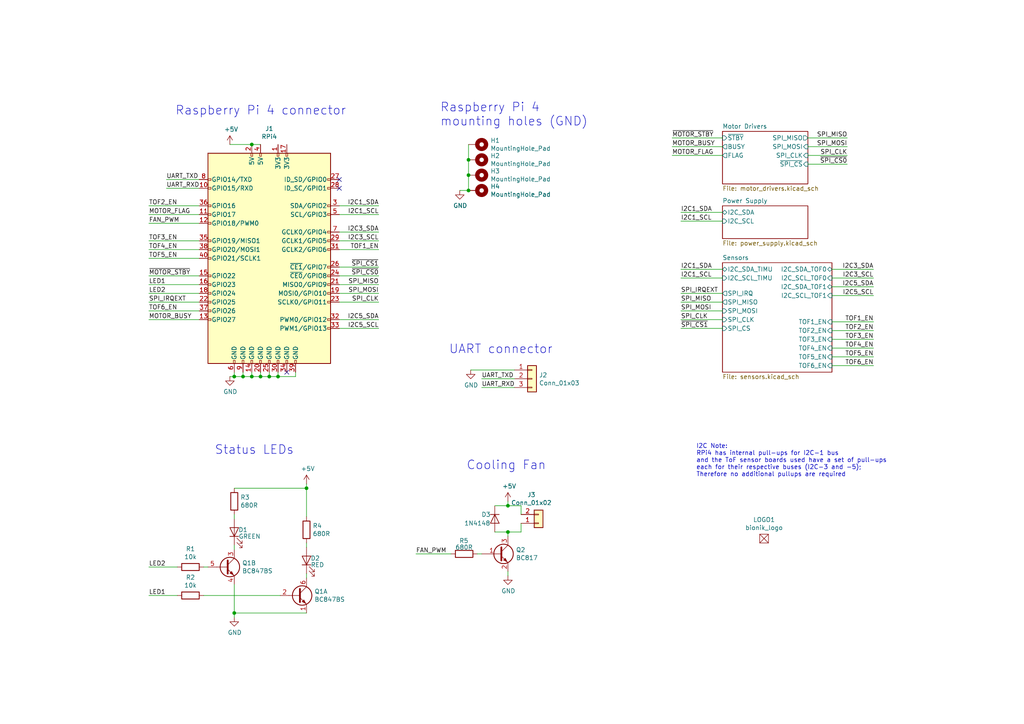
<source format=kicad_sch>
(kicad_sch (version 20211123) (generator eeschema)
  (paper "A4")
  (title_block (title "rysboard") (date "2020-08-23") (rev "4.2") (company "Koło Naukowe Robotyki Bionik") (comment 1 "RPi4 hat for MiniRyś robot"))
  (lib_symbols
    (symbol "rysboard-rescue:+5V-power" (power) (pin_names (offset 0))
      (property "Value" "+5V-power" (at 0 3.556 0))
      (symbol "+5V-power_0_1"
        (polyline (pts (xy -0.762 1.27) (xy 0 2.54)))
        (polyline (pts (xy 0 0) (xy 0 2.54)))
        (polyline (pts (xy 0 2.54) (xy 0.762 1.27)))
      )
      (symbol "+5V-power_1_1"
        (pin power_in line (at 0 0 90) (length 0) hide (name "+5V") (number "1"))
      )
    )
    (symbol "rysboard-rescue:1N4148-Diode" (pin_numbers hide) (pin_names (offset 1.016) hide)
      (property "Reference" "D" (at 0 2.54 0))
      (property "Value" "1N4148-Diode" (at 0 -2.54 0))
      (symbol "1N4148-Diode_0_1"
        (polyline (pts (xy -1.27 1.27) (xy -1.27 -1.27)) (stroke (width 0.2032)))
        (polyline (pts (xy 1.27 0) (xy -1.27 0)))
        (polyline (pts (xy 1.27 1.27) (xy 1.27 -1.27) (xy -1.27 0) (xy 1.27 1.27)) (stroke (width 0.2032)))
      )
      (symbol "1N4148-Diode_1_1"
        (pin passive line (at -3.81 0 0) (length 2.54) (name "K") (number "1"))
        (pin passive line (at 3.81 0 180) (length 2.54) (name "A") (number "2"))
      )
    )
    (symbol "rysboard-rescue:BC817-Transistor_BJT" (pin_names (offset 0) hide)
      (property "Reference" "Q" (at 5.08 1.905 0))
      (property "Value" "BC817-Transistor_BJT" (at 5.08 0 0))
      (symbol "BC817-Transistor_BJT_0_1"
        (polyline (pts (xy 0.635 0.635) (xy 2.54 2.54)))
        (polyline (pts (xy 0.635 -0.635) (xy 2.54 -2.54) (xy 2.54 -2.54)))
        (polyline (pts (xy 0.635 1.905) (xy 0.635 -1.905) (xy 0.635 -1.905)) (stroke (width 0.508)))
        (polyline (pts (xy 1.27 -1.778) (xy 1.778 -1.27) (xy 2.286 -2.286) (xy 1.27 -1.778) (xy 1.27 -1.778)) (fill (type outline)))
        (circle (center 1.27 0) (radius 2.8194) (stroke (width 0.254)))
      )
      (symbol "BC817-Transistor_BJT_1_1"
        (pin input line (at -5.08 0 0) (length 5.715) (name "B") (number "1"))
        (pin passive line (at 2.54 -5.08 90) (length 2.54) (name "E") (number "2"))
        (pin passive line (at 2.54 5.08 270) (length 2.54) (name "C") (number "3"))
      )
    )
    (symbol "rysboard-rescue:BC847BS-Transistor_BJT" (pin_names (offset 0) hide)
      (property "Reference" "Q" (at 5.08 1.27 0))
      (property "Value" "BC847BS-Transistor_BJT" (at 5.08 -1.27 0))
      (symbol "BC847BS-Transistor_BJT_0_1"
        (polyline (pts (xy 0.635 0) (xy -2.54 0)))
        (polyline (pts (xy 0.635 0.635) (xy 2.54 2.54)))
        (polyline (pts (xy 0.635 -0.635) (xy 2.54 -2.54) (xy 2.54 -2.54)))
        (polyline (pts (xy 0.635 1.905) (xy 0.635 -1.905) (xy 0.635 -1.905)) (stroke (width 0.508)))
        (polyline (pts (xy 1.27 -1.778) (xy 1.778 -1.27) (xy 2.286 -2.286) (xy 1.27 -1.778) (xy 1.27 -1.778)) (fill (type outline)))
        (circle (center 1.27 0) (radius 2.8194) (stroke (width 0.254)))
      )
      (symbol "BC847BS-Transistor_BJT_1_1"
        (pin passive line (at 2.54 -5.08 90) (length 2.54) (name "E1") (number "1"))
        (pin input line (at -5.08 0 0) (length 2.54) (name "B1") (number "2"))
        (pin passive line (at 2.54 5.08 270) (length 2.54) (name "C1") (number "6"))
      )
      (symbol "BC847BS-Transistor_BJT_2_1"
        (pin passive line (at 2.54 5.08 270) (length 2.54) (name "C2") (number "3"))
        (pin passive line (at 2.54 -5.08 90) (length 2.54) (name "E2") (number "4"))
        (pin input line (at -5.08 0 0) (length 2.54) (name "B2") (number "5"))
      )
    )
    (symbol "rysboard-rescue:Conn_01x02-Connector_Generic" (pin_names (offset 1.016) hide)
      (property "Reference" "J" (at 0 2.54 0))
      (property "Value" "Conn_01x02-Connector_Generic" (at 0 -5.08 0))
      (symbol "Conn_01x02-Connector_Generic_1_1"
        (rectangle (start -1.27 -2.413) (end 0 -2.667) (stroke (width 0.1524)))
        (rectangle (start -1.27 0.127) (end 0 -0.127) (stroke (width 0.1524)))
        (rectangle (start -1.27 1.27) (end 1.27 -3.81) (stroke (width 0.254)) (fill (type background)))
        (pin passive line (at -5.08 0 0) (length 3.81) (name "Pin_1") (number "1"))
        (pin passive line (at -5.08 -2.54 0) (length 3.81) (name "Pin_2") (number "2"))
      )
    )
    (symbol "rysboard-rescue:Conn_01x03-Connector_Generic" (pin_names (offset 1.016) hide)
      (property "Reference" "J" (at 0 5.08 0))
      (property "Value" "Conn_01x03-Connector_Generic" (at 0 -5.08 0))
      (symbol "Conn_01x03-Connector_Generic_1_1"
        (rectangle (start -1.27 -2.413) (end 0 -2.667) (stroke (width 0.1524)))
        (rectangle (start -1.27 0.127) (end 0 -0.127) (stroke (width 0.1524)))
        (rectangle (start -1.27 2.667) (end 0 2.413) (stroke (width 0.1524)))
        (rectangle (start -1.27 3.81) (end 1.27 -3.81) (stroke (width 0.254)) (fill (type background)))
        (pin passive line (at -5.08 2.54 0) (length 3.81) (name "Pin_1") (number "1"))
        (pin passive line (at -5.08 0 0) (length 3.81) (name "Pin_2") (number "2"))
        (pin passive line (at -5.08 -2.54 0) (length 3.81) (name "Pin_3") (number "3"))
      )
    )
    (symbol "rysboard-rescue:GND-power" (power) (pin_names (offset 0))
      (property "Value" "GND-power" (at 0 -3.81 0))
      (symbol "GND-power_0_1"
        (polyline (pts (xy 0 0) (xy 0 -1.27) (xy 1.27 -1.27) (xy 0 -2.54) (xy -1.27 -1.27) (xy 0 -1.27)))
      )
      (symbol "GND-power_1_1"
        (pin power_in line (at 0 0 270) (length 0) hide (name "GND") (number "1"))
      )
    )
    (symbol "rysboard-rescue:LED-Device" (pin_numbers hide) (pin_names (offset 1.016) hide)
      (property "Reference" "D" (at 0 2.54 0))
      (property "Value" "LED-Device" (at 0 -2.54 0))
      (symbol "LED-Device_0_1"
        (polyline (pts (xy -1.27 -1.27) (xy -1.27 1.27)) (stroke (width 0.2032)))
        (polyline (pts (xy -1.27 0) (xy 1.27 0)))
        (polyline (pts (xy 1.27 -1.27) (xy 1.27 1.27) (xy -1.27 0) (xy 1.27 -1.27)) (stroke (width 0.2032)))
        (polyline (pts (xy -3.048 -0.762) (xy -4.572 -2.286) (xy -3.81 -2.286) (xy -4.572 -2.286) (xy -4.572 -1.524)))
        (polyline (pts (xy -1.778 -0.762) (xy -3.302 -2.286) (xy -2.54 -2.286) (xy -3.302 -2.286) (xy -3.302 -1.524)))
      )
      (symbol "LED-Device_1_1"
        (pin passive line (at -3.81 0 0) (length 2.54) (name "K") (number "1"))
        (pin passive line (at 3.81 0 180) (length 2.54) (name "A") (number "2"))
      )
    )
    (symbol "rysboard-rescue:MountingHole_Pad-Mechanical" (pin_numbers hide) (pin_names (offset 1.016) hide)
      (property "Reference" "H" (at 0 6.35 0))
      (property "Value" "MountingHole_Pad-Mechanical" (at 0 4.445 0))
      (symbol "MountingHole_Pad-Mechanical_0_1"
        (circle (center 0 1.27) (radius 1.27) (stroke (width 1.27)))
      )
      (symbol "MountingHole_Pad-Mechanical_1_1"
        (pin input line (at 0 -2.54 90) (length 2.54) (name "1") (number "1"))
      )
    )
    (symbol "rysboard-rescue:R-Device" (pin_numbers hide) (pin_names (offset 0))
      (property "Reference" "R" (at 2.032 0 90))
      (property "Value" "R-Device" (at 0 0 90))
      (symbol "R-Device_0_1"
        (rectangle (start -1.016 -2.54) (end 1.016 2.54) (stroke (width 0.254)))
      )
      (symbol "R-Device_1_1"
        (pin passive line (at 0 3.81 270) (length 1.27) (name "~") (number "1"))
        (pin passive line (at 0 -3.81 90) (length 1.27) (name "~") (number "2"))
      )
    )
    (symbol "rysboard-rescue:Raspberry_Pi_2_3-Connector" (pin_names (offset 1.016))
      (property "Reference" "J" (at -17.78 31.75 0))
      (property "Value" "Raspberry_Pi_2_3-Connector" (at 10.16 -31.75 0))
      (symbol "Raspberry_Pi_2_3-Connector_0_1"
        (rectangle (start -17.78 30.48) (end 17.78 -30.48) (stroke (width 0.254)) (fill (type background)))
      )
      (symbol "Raspberry_Pi_2_3-Connector_1_1"
        (rectangle (start -16.891 -17.526) (end -17.78 -18.034))
        (rectangle (start -16.891 -14.986) (end -17.78 -15.494))
        (rectangle (start -16.891 -12.446) (end -17.78 -12.954))
        (rectangle (start -16.891 -9.906) (end -17.78 -10.414))
        (rectangle (start -16.891 -7.366) (end -17.78 -7.874))
        (rectangle (start -16.891 -4.826) (end -17.78 -5.334))
        (rectangle (start -16.891 0.254) (end -17.78 -0.254))
        (rectangle (start -16.891 2.794) (end -17.78 2.286))
        (rectangle (start -16.891 5.334) (end -17.78 4.826))
        (rectangle (start -16.891 10.414) (end -17.78 9.906))
        (rectangle (start -16.891 12.954) (end -17.78 12.446))
        (rectangle (start -16.891 15.494) (end -17.78 14.986))
        (rectangle (start -16.891 20.574) (end -17.78 20.066))
        (rectangle (start -16.891 23.114) (end -17.78 22.606))
        (rectangle (start -10.414 -29.591) (end -9.906 -30.48))
        (rectangle (start -7.874 -29.591) (end -7.366 -30.48))
        (rectangle (start -5.334 -29.591) (end -4.826 -30.48))
        (rectangle (start -5.334 30.48) (end -4.826 29.591))
        (rectangle (start -2.794 -29.591) (end -2.286 -30.48))
        (rectangle (start -2.794 30.48) (end -2.286 29.591))
        (rectangle (start -0.254 -29.591) (end 0.254 -30.48))
        (rectangle (start 2.286 -29.591) (end 2.794 -30.48))
        (rectangle (start 2.286 30.48) (end 2.794 29.591))
        (rectangle (start 4.826 -29.591) (end 5.334 -30.48))
        (rectangle (start 4.826 30.48) (end 5.334 29.591))
        (rectangle (start 7.366 -29.591) (end 7.874 -30.48))
        (rectangle (start 17.78 -20.066) (end 16.891 -20.574))
        (rectangle (start 17.78 -17.526) (end 16.891 -18.034))
        (rectangle (start 17.78 -12.446) (end 16.891 -12.954))
        (rectangle (start 17.78 -9.906) (end 16.891 -10.414))
        (rectangle (start 17.78 -7.366) (end 16.891 -7.874))
        (rectangle (start 17.78 -4.826) (end 16.891 -5.334))
        (rectangle (start 17.78 -2.286) (end 16.891 -2.794))
        (rectangle (start 17.78 2.794) (end 16.891 2.286))
        (rectangle (start 17.78 5.334) (end 16.891 4.826))
        (rectangle (start 17.78 7.874) (end 16.891 7.366))
        (rectangle (start 17.78 12.954) (end 16.891 12.446))
        (rectangle (start 17.78 15.494) (end 16.891 14.986))
        (rectangle (start 17.78 20.574) (end 16.891 20.066))
        (rectangle (start 17.78 23.114) (end 16.891 22.606))
        (pin power_in line (at 2.54 33.02 270) (length 2.54) (name "3V3") (number "1"))
        (pin bidirectional line (at -20.32 20.32 0) (length 2.54) (name "GPIO15/RXD") (number "10"))
        (pin bidirectional line (at -20.32 12.7 0) (length 2.54) (name "GPIO17") (number "11"))
        (pin bidirectional line (at -20.32 10.16 0) (length 2.54) (name "GPIO18/PWM0") (number "12"))
        (pin bidirectional line (at -20.32 -17.78 0) (length 2.54) (name "GPIO27") (number "13"))
        (pin power_in line (at -5.08 -33.02 90) (length 2.54) (name "GND") (number "14"))
        (pin bidirectional line (at -20.32 -5.08 0) (length 2.54) (name "GPIO22") (number "15"))
        (pin bidirectional line (at -20.32 -7.62 0) (length 2.54) (name "GPIO23") (number "16"))
        (pin power_in line (at 5.08 33.02 270) (length 2.54) (name "3V3") (number "17"))
        (pin bidirectional line (at -20.32 -10.16 0) (length 2.54) (name "GPIO24") (number "18"))
        (pin bidirectional line (at 20.32 -10.16 180) (length 2.54) (name "MOSI0/GPIO10") (number "19"))
        (pin power_in line (at -5.08 33.02 270) (length 2.54) (name "5V") (number "2"))
        (pin power_in line (at -2.54 -33.02 90) (length 2.54) (name "GND") (number "20"))
        (pin bidirectional line (at 20.32 -7.62 180) (length 2.54) (name "MISO0/GPIO9") (number "21"))
        (pin bidirectional line (at -20.32 -12.7 0) (length 2.54) (name "GPIO25") (number "22"))
        (pin bidirectional line (at 20.32 -12.7 180) (length 2.54) (name "SCLK0/GPIO11") (number "23"))
        (pin bidirectional line (at 20.32 -5.08 180) (length 2.54) (name "~{CE0}/GPIO8") (number "24"))
        (pin power_in line (at 0 -33.02 90) (length 2.54) (name "GND") (number "25"))
        (pin bidirectional line (at 20.32 -2.54 180) (length 2.54) (name "~{CE1}/GPIO7") (number "26"))
        (pin bidirectional line (at 20.32 22.86 180) (length 2.54) (name "ID_SD/GPIO0") (number "27"))
        (pin bidirectional line (at 20.32 20.32 180) (length 2.54) (name "ID_SC/GPIO1") (number "28"))
        (pin bidirectional line (at 20.32 5.08 180) (length 2.54) (name "GCLK1/GPIO5") (number "29"))
        (pin bidirectional line (at 20.32 15.24 180) (length 2.54) (name "SDA/GPIO2") (number "3"))
        (pin power_in line (at 2.54 -33.02 90) (length 2.54) (name "GND") (number "30"))
        (pin bidirectional line (at 20.32 2.54 180) (length 2.54) (name "GCLK2/GPIO6") (number "31"))
        (pin bidirectional line (at 20.32 -17.78 180) (length 2.54) (name "PWM0/GPIO12") (number "32"))
        (pin bidirectional line (at 20.32 -20.32 180) (length 2.54) (name "PWM1/GPIO13") (number "33"))
        (pin power_in line (at 5.08 -33.02 90) (length 2.54) (name "GND") (number "34"))
        (pin bidirectional line (at -20.32 5.08 0) (length 2.54) (name "GPIO19/MISO1") (number "35"))
        (pin bidirectional line (at -20.32 15.24 0) (length 2.54) (name "GPIO16") (number "36"))
        (pin bidirectional line (at -20.32 -15.24 0) (length 2.54) (name "GPIO26") (number "37"))
        (pin bidirectional line (at -20.32 2.54 0) (length 2.54) (name "GPIO20/MOSI1") (number "38"))
        (pin power_in line (at 7.62 -33.02 90) (length 2.54) (name "GND") (number "39"))
        (pin power_in line (at -2.54 33.02 270) (length 2.54) (name "5V") (number "4"))
        (pin bidirectional line (at -20.32 0 0) (length 2.54) (name "GPIO21/SCLK1") (number "40"))
        (pin bidirectional line (at 20.32 12.7 180) (length 2.54) (name "SCL/GPIO3") (number "5"))
        (pin power_in line (at -10.16 -33.02 90) (length 2.54) (name "GND") (number "6"))
        (pin bidirectional line (at 20.32 7.62 180) (length 2.54) (name "GCLK0/GPIO4") (number "7"))
        (pin bidirectional line (at -20.32 22.86 0) (length 2.54) (name "GPIO14/TXD") (number "8"))
        (pin power_in line (at -7.62 -33.02 90) (length 2.54) (name "GND") (number "9"))
      )
    )
    (symbol "rysboard:bionik_logo" (pin_names (offset 1.016))
      (property "Reference" "LOGO" (at 0 0 0))
      (property "Value" "bionik_logo" (at 0 0 0))
      (symbol "bionik_logo_0_1"
        (rectangle (start -1.27 1.27) (end 1.27 -1.27))
        (polyline (pts (xy -1.27 -1.27) (xy 1.27 1.27)))
        (polyline (pts (xy 1.27 -1.27) (xy -1.27 1.27)))
      )
    )
  )
  (junction (at 73.025 109.22))
  (junction (at 135.89 50.8))
  (junction (at 135.89 55.245))
  (junction (at 73.025 41.91))
  (junction (at 135.89 46.355))
  (junction (at 67.945 177.8))
  (junction (at 147.32 146.685))
  (junction (at 67.945 109.22))
  (junction (at 147.32 154.305))
  (junction (at 70.485 109.22))
  (junction (at 80.645 109.22))
  (junction (at 78.105 109.22))
  (junction (at 88.9 141.605))
  (junction (at 75.565 109.22))
  (no_connect (at 98.425 52.07))
  (no_connect (at 83.185 107.95))
  (no_connect (at 98.425 54.61))
  (wire (pts (xy 59.055 164.465) (xy 60.325 164.465)))
  (wire (pts (xy 209.55 42.545) (xy 194.945 42.545)))
  (wire (pts (xy 66.675 109.22) (xy 67.945 109.22)))
  (wire (pts (xy 151.13 146.685) (xy 147.32 146.685)))
  (wire (pts (xy 43.18 87.63) (xy 57.785 87.63)))
  (wire (pts (xy 241.3 95.885) (xy 253.365 95.885)))
  (wire (pts (xy 78.105 109.22) (xy 75.565 109.22)))
  (wire (pts (xy 67.945 159.385) (xy 67.945 158.115)))
  (wire (pts (xy 66.675 41.91) (xy 73.025 41.91)))
  (wire (pts (xy 234.315 47.625) (xy 245.745 47.625)))
  (wire (pts (xy 209.55 87.63) (xy 197.485 87.63)))
  (wire (pts (xy 75.565 41.91) (xy 73.025 41.91)))
  (wire (pts (xy 98.425 77.47) (xy 109.855 77.47)))
  (wire (pts (xy 147.32 154.305) (xy 151.13 154.305)))
  (wire (pts (xy 78.105 107.95) (xy 78.105 109.22)))
  (wire (pts (xy 57.785 90.17) (xy 43.18 90.17)))
  (wire (pts (xy 209.55 40.005) (xy 194.945 40.005)))
  (wire (pts (xy 149.225 109.855) (xy 139.7 109.855)))
  (wire (pts (xy 241.3 85.725) (xy 253.365 85.725)))
  (wire (pts (xy 130.81 160.655) (xy 120.65 160.655)))
  (wire (pts (xy 73.025 109.22) (xy 70.485 109.22)))
  (wire (pts (xy 209.55 92.71) (xy 197.485 92.71)))
  (wire (pts (xy 57.785 72.39) (xy 43.18 72.39)))
  (wire (pts (xy 57.785 62.23) (xy 43.18 62.23)))
  (wire (pts (xy 135.89 46.355) (xy 135.89 50.8)))
  (wire (pts (xy 75.565 109.22) (xy 73.025 109.22)))
  (wire (pts (xy 197.485 64.135) (xy 209.55 64.135)))
  (wire (pts (xy 85.725 109.22) (xy 80.645 109.22)))
  (wire (pts (xy 197.485 78.105) (xy 209.55 78.105)))
  (wire (pts (xy 88.9 141.605) (xy 88.9 140.335)))
  (wire (pts (xy 98.425 92.71) (xy 109.855 92.71)))
  (wire (pts (xy 57.785 54.61) (xy 48.26 54.61)))
  (wire (pts (xy 57.785 74.93) (xy 43.18 74.93)))
  (wire (pts (xy 98.425 69.85) (xy 109.855 69.85)))
  (wire (pts (xy 234.315 42.545) (xy 245.745 42.545)))
  (wire (pts (xy 135.89 55.245) (xy 135.89 50.8)))
  (wire (pts (xy 241.3 103.505) (xy 253.365 103.505)))
  (wire (pts (xy 197.485 85.09) (xy 209.55 85.09)))
  (wire (pts (xy 59.055 172.72) (xy 81.28 172.72)))
  (wire (pts (xy 57.785 80.01) (xy 43.18 80.01)))
  (wire (pts (xy 57.785 52.07) (xy 48.26 52.07)))
  (wire (pts (xy 147.32 146.685) (xy 147.32 145.415)))
  (wire (pts (xy 85.725 107.95) (xy 85.725 109.22)))
  (wire (pts (xy 98.425 87.63) (xy 109.855 87.63)))
  (wire (pts (xy 67.945 109.22) (xy 67.945 107.95)))
  (wire (pts (xy 147.32 154.305) (xy 143.51 154.305)))
  (wire (pts (xy 67.945 177.8) (xy 88.9 177.8)))
  (wire (pts (xy 98.425 67.31) (xy 109.855 67.31)))
  (wire (pts (xy 67.945 150.495) (xy 67.945 149.225)))
  (wire (pts (xy 98.425 82.55) (xy 109.855 82.55)))
  (wire (pts (xy 197.485 80.645) (xy 209.55 80.645)))
  (wire (pts (xy 51.435 164.465) (xy 43.18 164.465)))
  (wire (pts (xy 234.315 45.085) (xy 245.745 45.085)))
  (wire (pts (xy 98.425 80.01) (xy 109.855 80.01)))
  (wire (pts (xy 67.945 141.605) (xy 88.9 141.605)))
  (wire (pts (xy 241.3 80.645) (xy 253.365 80.645)))
  (wire (pts (xy 147.32 155.575) (xy 147.32 154.305)))
  (wire (pts (xy 57.785 92.71) (xy 43.18 92.71)))
  (wire (pts (xy 51.435 172.72) (xy 43.18 172.72)))
  (wire (pts (xy 98.425 59.69) (xy 109.855 59.69)))
  (wire (pts (xy 73.025 107.95) (xy 73.025 109.22)))
  (wire (pts (xy 133.35 55.245) (xy 135.89 55.245)))
  (wire (pts (xy 138.43 160.655) (xy 139.7 160.655)))
  (wire (pts (xy 151.13 154.305) (xy 151.13 151.765)))
  (wire (pts (xy 151.13 149.225) (xy 151.13 146.685)))
  (wire (pts (xy 241.3 93.345) (xy 253.365 93.345)))
  (wire (pts (xy 149.225 107.315) (xy 136.525 107.315)))
  (wire (pts (xy 70.485 107.95) (xy 70.485 109.22)))
  (wire (pts (xy 234.315 40.005) (xy 245.745 40.005)))
  (wire (pts (xy 147.32 167.005) (xy 147.32 165.735)))
  (wire (pts (xy 80.645 107.95) (xy 80.645 109.22)))
  (wire (pts (xy 98.425 62.23) (xy 109.855 62.23)))
  (wire (pts (xy 241.3 106.045) (xy 253.365 106.045)))
  (wire (pts (xy 197.485 95.25) (xy 209.55 95.25)))
  (wire (pts (xy 98.425 85.09) (xy 109.855 85.09)))
  (wire (pts (xy 135.89 41.91) (xy 135.89 46.355)))
  (wire (pts (xy 98.425 95.25) (xy 109.855 95.25)))
  (wire (pts (xy 241.3 98.425) (xy 253.365 98.425)))
  (wire (pts (xy 241.3 100.965) (xy 253.365 100.965)))
  (wire (pts (xy 88.9 158.75) (xy 88.9 157.48)))
  (wire (pts (xy 67.945 169.545) (xy 67.945 177.8)))
  (wire (pts (xy 98.425 72.39) (xy 109.855 72.39)))
  (wire (pts (xy 241.3 83.185) (xy 253.365 83.185)))
  (wire (pts (xy 209.55 45.085) (xy 194.945 45.085)))
  (wire (pts (xy 241.3 78.105) (xy 253.365 78.105)))
  (wire (pts (xy 57.785 69.85) (xy 43.18 69.85)))
  (wire (pts (xy 143.51 146.685) (xy 147.32 146.685)))
  (wire (pts (xy 197.485 61.595) (xy 209.55 61.595)))
  (wire (pts (xy 75.565 107.95) (xy 75.565 109.22)))
  (wire (pts (xy 88.9 141.605) (xy 88.9 149.86)))
  (wire (pts (xy 88.9 167.64) (xy 88.9 166.37)))
  (wire (pts (xy 57.785 85.09) (xy 43.18 85.09)))
  (wire (pts (xy 70.485 109.22) (xy 67.945 109.22)))
  (wire (pts (xy 149.225 112.395) (xy 139.7 112.395)))
  (wire (pts (xy 197.485 90.17) (xy 209.55 90.17)))
  (wire (pts (xy 67.945 177.8) (xy 67.945 179.07)))
  (wire (pts (xy 57.785 64.77) (xy 43.18 64.77)))
  (wire (pts (xy 80.645 109.22) (xy 78.105 109.22)))
  (wire (pts (xy 57.785 59.69) (xy 43.18 59.69)))
  (wire (pts (xy 57.785 82.55) (xy 43.18 82.55)))
  (text "Raspberry Pi 4\nmounting holes (GND)" (at 127.635 36.83 0) (effects (font (size 2.54 2.54)) (justify left bottom)))
  (text "Cooling Fan" (at 135.255 136.525 0) (effects (font (size 2.54 2.54)) (justify left bottom)))
  (text "Status LEDs" (at 62.23 132.08 0) (effects (font (size 2.54 2.54)) (justify left bottom)))
  (text "I2C Note:\nRPi4 has internal pull-ups for I2C-1 bus\nand the ToF sensor boards used have a set of pull-ups\neach for their respective buses (I2C-3 and -5);\nTherefore no additional pullups are required" (at 201.93 138.43 0) (effects (font (size 1.27 1.27)) (justify left bottom)))
  (text "UART connector" (at 130.175 102.87 0) (effects (font (size 2.54 2.54)) (justify left bottom)))
  (text "Raspberry Pi 4 connector" (at 50.8 33.655 0) (effects (font (size 2.54 2.54)) (justify left bottom)))
  (label "SPI_MISO" (at 245.745 40.005 180))
  (label "UART_TXD" (at 139.7 109.855 0))
  (label "TOF1_EN" (at 253.365 93.345 180))
  (label "MOTOR_BUSY" (at 194.945 42.545 0))
  (label "TOF4_EN" (at 43.18 72.39 0))
  (label "SPI_MOSI" (at 109.855 85.09 180))
  (label "I2C1_SCL" (at 197.485 64.135 0))
  (label "SPI_CLK" (at 245.745 45.085 180))
  (label "I2C3_SDA" (at 253.365 78.105 180))
  (label "TOF3_EN" (at 253.365 98.425 180))
  (label "TOF2_EN" (at 43.18 59.69 0))
  (label "SPI_MISO" (at 109.855 82.55 180))
  (label "TOF6_EN" (at 43.18 90.17 0))
  (label "SPI_CLK" (at 197.485 92.71 0))
  (label "MOTOR_FLAG" (at 194.945 45.085 0))
  (label "I2C3_SCL" (at 253.365 80.645 180))
  (label "I2C1_SDA" (at 197.485 61.595 0))
  (label "I2C5_SDA" (at 253.365 83.185 180))
  (label "~{SPI_CS0}" (at 109.855 80.01 180))
  (label "~{MOTOR_STBY}" (at 43.18 80.01 0))
  (label "TOF3_EN" (at 43.18 69.85 0))
  (label "LED2" (at 43.18 85.09 0))
  (label "SPI_IRQEXT" (at 197.485 85.09 0))
  (label "MOTOR_BUSY" (at 43.18 92.71 0))
  (label "~{SPI_CS1}" (at 197.485 95.25 0))
  (label "~{SPI_CS0}" (at 245.745 47.625 180))
  (label "LED2" (at 43.18 164.465 0))
  (label "FAN_PWM" (at 120.65 160.655 0))
  (label "I2C1_SDA" (at 197.485 78.105 0))
  (label "SPI_MOSI" (at 245.745 42.545 180))
  (label "TOF2_EN" (at 253.365 95.885 180))
  (label "I2C3_SDA" (at 109.855 67.31 180))
  (label "I2C3_SCL" (at 109.855 69.85 180))
  (label "I2C5_SDA" (at 109.855 92.71 180))
  (label "~{MOTOR_STBY}" (at 194.945 40.005 0))
  (label "LED1" (at 43.18 82.55 0))
  (label "TOF1_EN" (at 109.855 72.39 180))
  (label "MOTOR_FLAG" (at 43.18 62.23 0))
  (label "I2C5_SCL" (at 109.855 95.25 180))
  (label "TOF6_EN" (at 253.365 106.045 180))
  (label "UART_RXD" (at 48.26 54.61 0))
  (label "~{SPI_CS1}" (at 109.855 77.47 180))
  (label "UART_RXD" (at 139.7 112.395 0))
  (label "SPI_CLK" (at 109.855 87.63 180))
  (label "I2C5_SCL" (at 253.365 85.725 180))
  (label "I2C1_SCL" (at 197.485 80.645 0))
  (label "FAN_PWM" (at 43.18 64.77 0))
  (label "I2C1_SCL" (at 109.855 62.23 180))
  (label "SPI_MOSI" (at 197.485 90.17 0))
  (label "I2C1_SDA" (at 109.855 59.69 180))
  (label "LED1" (at 43.18 172.72 0))
  (label "TOF5_EN" (at 253.365 103.505 180))
  (label "SPI_MISO" (at 197.485 87.63 0))
  (label "TOF5_EN" (at 43.18 74.93 0))
  (label "SPI_IRQEXT" (at 43.18 87.63 0))
  (label "TOF4_EN" (at 253.365 100.965 180))
  (label "UART_TXD" (at 48.26 52.07 0))
  (symbol (lib_id "rysboard-rescue:Conn_01x03-Connector_Generic") (at 154.305 109.855 0) (unit 1)
    (property "Reference" "J2" (at 156.337 108.7882 0) (effects (justify left)))
    (property "Value" "Conn_01x03" (at 156.337 111.0996 0) (effects (justify left)))
    (property "Footprint" "Connector_PinHeader_2.54mm:PinHeader_1x03_P2.54mm_Vertical" (effects hide))
  )
  (symbol (lib_id "rysboard-rescue:GND-power") (at 136.525 107.315 0) (unit 1)
    (property "Reference" "#PWR06" (effects hide))
    (property "Value" "GND" (at 136.652 111.7092 0))
  )
  (symbol (lib_id "rysboard-rescue:Raspberry_Pi_2_3-Connector") (at 78.105 74.93 0) (unit 1)
    (property "Reference" "J1" (at 78.105 37.3126 0))
    (property "Value" "RPi4" (at 78.105 39.624 0))
    (property "Footprint" "Connector_PinSocket_2.54mm:PinSocket_2x20_P2.54mm_Vertical" (effects hide))
    (property "Datasheet" "https://www.raspberrypi.org/documentation/hardware/raspberrypi/schematics/rpi_SCH_3bplus_1p0_reduced.pdf" (effects hide))
  )
  (symbol (lib_id "rysboard-rescue:BC847BS-Transistor_BJT") (at 86.36 172.72 0) (unit 1)
    (property "Reference" "Q1" (at 91.186 171.5516 0) (effects (justify left)))
    (property "Value" "BC847BS" (at 91.186 173.863 0) (effects (justify left)))
    (property "Footprint" "Package_TO_SOT_SMD:SOT-363_SC-70-6" (effects hide))
    (property "Datasheet" "https://assets.nexperia.com/documents/data-sheet/BC847BS.pdf" (effects hide))
    (property "URL" "https://www.tme.eu/pl/details/bc847bs.115/tranzystory-npn-smd/nexperia/" (effects hide))
  )
  (symbol (lib_id "rysboard-rescue:BC847BS-Transistor_BJT") (at 65.405 164.465 0) (unit 2)
    (property "Reference" "Q1" (at 70.231 163.2966 0) (effects (justify left)))
    (property "Value" "BC847BS" (at 70.231 165.608 0) (effects (justify left)))
    (property "Footprint" "Package_TO_SOT_SMD:SOT-363_SC-70-6" (effects hide))
    (property "Datasheet" "https://assets.nexperia.com/documents/data-sheet/BC847BS.pdf" (effects hide))
    (property "URL" "https://www.tme.eu/pl/details/bc847bs.115/tranzystory-npn-smd/nexperia/" (effects hide))
  )
  (symbol (lib_id "rysboard-rescue:LED-Device") (at 88.9 162.56 90) (unit 1)
    (property "Reference" "D2" (at 91.44 161.925 90))
    (property "Value" "RED" (at 92.075 163.83 90))
    (property "Footprint" "LED_SMD:LED_0805_2012Metric" (effects hide))
  )
  (symbol (lib_id "rysboard-rescue:LED-Device") (at 67.945 154.305 90) (unit 1)
    (property "Reference" "D1" (at 70.485 153.67 90))
    (property "Value" "GREEN" (at 72.39 155.575 90))
    (property "Footprint" "LED_SMD:LED_0805_2012Metric" (effects hide))
  )
  (symbol (lib_id "rysboard-rescue:R-Device") (at 88.9 153.67 0) (unit 1)
    (property "Reference" "R4" (at 90.678 152.5016 0) (effects (justify left)))
    (property "Value" "680R" (at 90.678 154.813 0) (effects (justify left)))
    (property "Footprint" "Resistor_SMD:R_0603_1608Metric" (effects hide))
  )
  (symbol (lib_id "rysboard-rescue:R-Device") (at 67.945 145.415 180) (unit 1)
    (property "Reference" "R3" (at 69.723 144.2466 0) (effects (justify right)))
    (property "Value" "680R" (at 69.723 146.558 0) (effects (justify right)))
    (property "Footprint" "Resistor_SMD:R_0603_1608Metric" (effects hide))
  )
  (symbol (lib_id "rysboard-rescue:GND-power") (at 67.945 179.07 0) (unit 1)
    (property "Reference" "#PWR03" (effects hide))
    (property "Value" "GND" (at 68.072 183.4642 0))
  )
  (symbol (lib_id "rysboard-rescue:R-Device") (at 55.245 164.465 270) (unit 1)
    (property "Reference" "R1" (at 55.245 159.2072 90))
    (property "Value" "10k" (at 55.245 161.5186 90))
    (property "Footprint" "Resistor_SMD:R_0603_1608Metric" (effects hide))
  )
  (symbol (lib_id "rysboard-rescue:R-Device") (at 55.245 172.72 270) (unit 1)
    (property "Reference" "R2" (at 55.245 167.4622 90))
    (property "Value" "10k" (at 55.245 169.7736 90))
    (property "Footprint" "Resistor_SMD:R_0603_1608Metric" (effects hide))
  )
  (symbol (lib_id "rysboard-rescue:+5V-power") (at 66.675 41.91 0) (unit 1)
    (property "Reference" "#PWR01" (effects hide))
    (property "Value" "+5V" (at 67.056 37.5158 0))
  )
  (symbol (lib_id "rysboard-rescue:GND-power") (at 66.675 109.22 0) (unit 1)
    (property "Reference" "#PWR02" (effects hide))
    (property "Value" "GND" (at 66.802 113.6142 0))
  )
  (symbol (lib_id "rysboard-rescue:+5V-power") (at 88.9 140.335 0) (unit 1)
    (property "Reference" "#PWR04" (effects hide))
    (property "Value" "+5V" (at 89.281 135.9408 0))
  )
  (symbol (lib_id "rysboard-rescue:MountingHole_Pad-Mechanical") (at 138.43 41.91 270) (unit 1)
    (property "Reference" "H1" (at 142.24 40.7416 90) (effects (justify left)))
    (property "Value" "MountingHole_Pad" (at 142.24 43.053 90) (effects (justify left)))
    (property "Footprint" "MountingHole:MountingHole_2.7mm_M2.5_Pad" (effects hide))
  )
  (symbol (lib_id "rysboard-rescue:MountingHole_Pad-Mechanical") (at 138.43 46.355 270) (unit 1)
    (property "Reference" "H2" (at 142.24 45.1866 90) (effects (justify left)))
    (property "Value" "MountingHole_Pad" (at 142.24 47.498 90) (effects (justify left)))
    (property "Footprint" "MountingHole:MountingHole_2.7mm_M2.5_Pad" (effects hide))
  )
  (symbol (lib_id "rysboard-rescue:MountingHole_Pad-Mechanical") (at 138.43 50.8 270) (unit 1)
    (property "Reference" "H3" (at 142.24 49.6316 90) (effects (justify left)))
    (property "Value" "MountingHole_Pad" (at 142.24 51.943 90) (effects (justify left)))
    (property "Footprint" "MountingHole:MountingHole_2.7mm_M2.5_Pad" (effects hide))
  )
  (symbol (lib_id "rysboard-rescue:GND-power") (at 133.35 55.245 0) (unit 1)
    (property "Reference" "#PWR05" (effects hide))
    (property "Value" "GND" (at 133.477 59.6392 0))
  )
  (symbol (lib_id "rysboard-rescue:MountingHole_Pad-Mechanical") (at 138.43 55.245 270) (unit 1)
    (property "Reference" "H4" (at 142.24 54.0766 90) (effects (justify left)))
    (property "Value" "MountingHole_Pad" (at 142.24 56.388 90) (effects (justify left)))
    (property "Footprint" "MountingHole:MountingHole_2.7mm_M2.5_Pad" (effects hide))
  )
  (symbol (lib_id "rysboard-rescue:BC817-Transistor_BJT") (at 144.78 160.655 0) (unit 1)
    (property "Reference" "Q2" (at 149.6314 159.4866 0) (effects (justify left)))
    (property "Value" "BC817" (at 149.6314 161.798 0) (effects (justify left)))
    (property "Footprint" "Package_TO_SOT_SMD:SOT-23" (effects hide))
    (property "Datasheet" "http://www.fairchildsemi.com/ds/BC/BC817.pdf" (effects hide))
  )
  (symbol (lib_id "rysboard-rescue:+5V-power") (at 147.32 145.415 0) (unit 1)
    (property "Reference" "#PWR07" (effects hide))
    (property "Value" "+5V" (at 147.701 141.0208 0))
  )
  (symbol (lib_id "rysboard-rescue:GND-power") (at 147.32 167.005 0) (unit 1)
    (property "Reference" "#PWR08" (effects hide))
    (property "Value" "GND" (at 147.447 171.3992 0))
  )
  (symbol (lib_id "rysboard-rescue:Conn_01x02-Connector_Generic") (at 156.21 151.765 0) (mirror x) (unit 1)
    (property "Reference" "J3" (at 154.1272 143.51 0))
    (property "Value" "Conn_01x02" (at 154.1272 145.8214 0))
    (property "Footprint" "Connector_PinHeader_2.54mm:PinHeader_1x02_P2.54mm_Vertical" (effects hide))
  )
  (symbol (lib_id "rysboard-rescue:R-Device") (at 134.62 160.655 90) (unit 1)
    (property "Reference" "R5" (at 135.89 156.845 90) (effects (justify left)))
    (property "Value" "680R" (at 137.16 158.75 90) (effects (justify left)))
    (property "Footprint" "Resistor_SMD:R_0603_1608Metric" (effects hide))
  )
  (symbol (lib_id "rysboard-rescue:1N4148-Diode") (at 143.51 150.495 270) (unit 1)
    (property "Reference" "D3" (at 140.97 149.225 90))
    (property "Value" "1N4148" (at 138.43 151.765 90))
    (property "Footprint" "Diode_SMD:D_0603_1608Metric" (effects hide))
    (property "Datasheet" "https://assets.nexperia.com/documents/data-sheet/1N4148_1N4448.pdf" (effects hide))
  )
  (symbol (lib_id "rysboard:bionik_logo") (at 221.615 156.21 0) (unit 1)
    (property "Reference" "LOGO1" (at 221.615 150.749 0))
    (property "Value" "bionik_logo" (at 221.615 153.0604 0))
    (property "Footprint" "rysboard:bionik_logo" (effects hide))
  )
  (sheet (at 209.55 59.69) (size 24.765 9.525)
    (property "Sheet name" "Power Supply" (at 209.55 58.9784 0) (effects (justify left bottom)))
    (property "Sheet file" "power_supply.kicad_sch" (at 209.55 69.7996 0) (effects (justify left top)))
    (pin "I2C_SDA" bidirectional (at 209.55 61.595 180))
    (pin "I2C_SCL" input (at 209.55 64.135 180))
  )
  (sheet (at 209.55 76.2) (size 31.75 31.75)
    (property "Sheet name" "Sensors" (at 209.55 75.4884 0) (effects (justify left bottom)))
    (property "Sheet file" "sensors.kicad_sch" (at 209.55 108.5346 0) (effects (justify left top)))
    (pin "TOF6_EN" input (at 241.3 106.045 0))
    (pin "TOF5_EN" input (at 241.3 103.505 0))
    (pin "TOF4_EN" input (at 241.3 100.965 0))
    (pin "TOF2_EN" input (at 241.3 95.885 0))
    (pin "TOF1_EN" input (at 241.3 93.345 0))
    (pin "TOF3_EN" input (at 241.3 98.425 0))
    (pin "SPI_MOSI" input (at 209.55 90.17 180))
    (pin "SPI_MISO" output (at 209.55 87.63 180))
    (pin "SPI_CLK" input (at 209.55 92.71 180))
    (pin "SPI_CS" input (at 209.55 95.25 180))
    (pin "SPI_IRQ" output (at 209.55 85.09 180))
    (pin "I2C_SCL_TOF0" input (at 241.3 80.645 0))
    (pin "I2C_SDA_TOF0" bidirectional (at 241.3 78.105 0))
    (pin "I2C_SCL_TIMU" input (at 209.55 80.645 180))
    (pin "I2C_SDA_TIMU" bidirectional (at 209.55 78.105 180))
    (pin "I2C_SCL_TOF1" input (at 241.3 85.725 0))
    (pin "I2C_SDA_TOF1" bidirectional (at 241.3 83.185 0))
  )
  (sheet (at 209.55 38.1) (size 24.765 15.24)
    (property "Sheet name" "Motor Drivers" (at 209.55 37.3884 0) (effects (justify left bottom)))
    (property "Sheet file" "motor_drivers.kicad_sch" (at 209.55 53.9246 0) (effects (justify left top)))
    (pin "~{STBY}" input (at 209.55 40.005 180))
    (pin "~{SPI_CS}" input (at 234.315 47.625 0))
    (pin "SPI_CLK" input (at 234.315 45.085 0))
    (pin "SPI_MISO" output (at 234.315 40.005 0))
    (pin "SPI_MOSI" input (at 234.315 42.545 0))
    (pin "BUSY" output (at 209.55 42.545 180))
    (pin "FLAG" output (at 209.55 45.085 180))
  )
)
</source>
